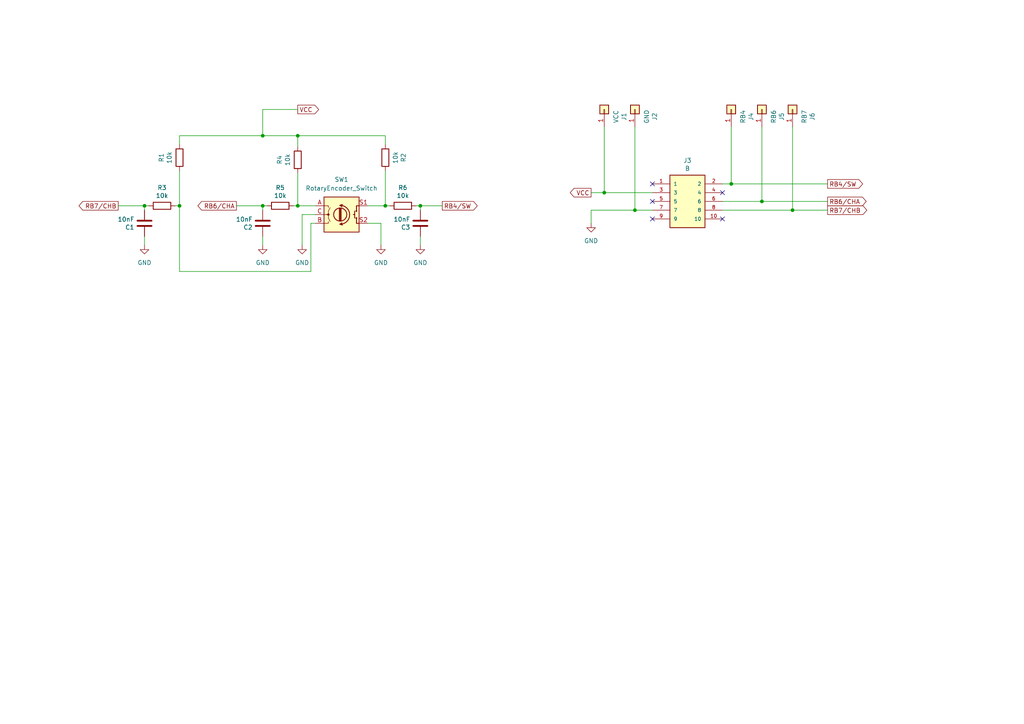
<source format=kicad_sch>
(kicad_sch (version 20211123) (generator eeschema)
  (paper "A4")
  (title_block (title "Rotary encoder for Input Sel V2b") (date "2022-08-01") (rev "V3"))
  (lib_symbols
    (symbol "Connector_Generic:Conn_01x01" (pin_names (offset 1.016) hide)
      (property "Reference" "J" (at 0 2.54 0))
      (property "Value" "Conn_01x01" (at 0 -2.54 0))
      (symbol "Conn_01x01_1_1"
        (rectangle (start -1.27 0.127) (end 0 -0.127) (stroke (width 0.1524)))
        (rectangle (start -1.27 1.27) (end 1.27 -1.27) (stroke (width 0.254)) (fill (type background)))
        (pin passive line (at -5.08 0 0) (length 3.81) (name "Pin_1") (number "1"))
      )
    )
    (symbol "Device:C" (pin_numbers hide) (pin_names (offset 0.254))
      (property "Reference" "C" (at 0.635 2.54 0))
      (property "Value" "C" (at 0.635 -2.54 0))
      (symbol "C_0_1"
        (polyline (pts (xy -2.032 -0.762) (xy 2.032 -0.762)) (stroke (width 0.508)))
        (polyline (pts (xy -2.032 0.762) (xy 2.032 0.762)) (stroke (width 0.508)))
      )
      (symbol "C_1_1"
        (pin passive line (at 0 3.81 270) (length 2.794) (name "~") (number "1"))
        (pin passive line (at 0 -3.81 90) (length 2.794) (name "~") (number "2"))
      )
    )
    (symbol "Device:R" (pin_numbers hide) (pin_names (offset 0))
      (property "Reference" "R" (at 2.032 0 90))
      (property "Value" "R" (at 0 0 90))
      (symbol "R_0_1"
        (rectangle (start -1.016 -2.54) (end 1.016 2.54) (stroke (width 0.254)))
      )
      (symbol "R_1_1"
        (pin passive line (at 0 3.81 270) (length 1.27) (name "~") (number "1"))
        (pin passive line (at 0 -3.81 90) (length 1.27) (name "~") (number "2"))
      )
    )
    (symbol "Device:RotaryEncoder_Switch" (pin_names (offset 0.254) hide)
      (property "Reference" "SW" (at 0 6.604 0))
      (property "Value" "RotaryEncoder_Switch" (at 0 -6.604 0))
      (symbol "RotaryEncoder_Switch_0_1"
        (rectangle (start -5.08 5.08) (end 5.08 -5.08) (stroke (width 0.254)) (fill (type background)))
        (circle (center -3.81 0) (radius 0.254) (fill (type outline)))
        (arc (start -0.381 -2.794) (mid 2.3622 -0.0635) (end -0.381 2.667) (stroke (width 0.254)))
        (circle (center -0.381 0) (radius 1.905) (stroke (width 0.254)))
        (polyline (pts (xy -0.635 -1.778) (xy -0.635 1.778)) (stroke (width 0.254)))
        (polyline (pts (xy -0.381 -1.778) (xy -0.381 1.778)) (stroke (width 0.254)))
        (polyline (pts (xy -0.127 1.778) (xy -0.127 -1.778)) (stroke (width 0.254)))
        (polyline (pts (xy 3.81 0) (xy 3.429 0)) (stroke (width 0.254)))
        (polyline (pts (xy 3.81 1.016) (xy 3.81 -1.016)) (stroke (width 0.254)))
        (polyline (pts (xy -5.08 -2.54) (xy -3.81 -2.54) (xy -3.81 -2.032)))
        (polyline (pts (xy -5.08 2.54) (xy -3.81 2.54) (xy -3.81 2.032)))
        (polyline (pts (xy 0.254 -3.048) (xy -0.508 -2.794) (xy 0.127 -2.413)) (stroke (width 0.254)))
        (polyline (pts (xy 0.254 2.921) (xy -0.508 2.667) (xy 0.127 2.286)) (stroke (width 0.254)))
        (polyline (pts (xy 5.08 -2.54) (xy 4.318 -2.54) (xy 4.318 -1.016)) (stroke (width 0.254)))
        (polyline (pts (xy 5.08 2.54) (xy 4.318 2.54) (xy 4.318 1.016)) (stroke (width 0.254)))
        (polyline (pts (xy -5.08 0) (xy -3.81 0) (xy -3.81 -1.016) (xy -3.302 -2.032)))
        (polyline (pts (xy -4.318 0) (xy -3.81 0) (xy -3.81 1.016) (xy -3.302 2.032)))
        (circle (center 4.318 -1.016) (radius 0.127) (stroke (width 0.254)))
        (circle (center 4.318 1.016) (radius 0.127) (stroke (width 0.254)))
      )
      (symbol "RotaryEncoder_Switch_1_1"
        (pin passive line (at -7.62 2.54 0) (length 2.54) (name "A") (number "A"))
        (pin passive line (at -7.62 -2.54 0) (length 2.54) (name "B") (number "B"))
        (pin passive line (at -7.62 0 0) (length 2.54) (name "C") (number "C"))
        (pin passive line (at 7.62 2.54 180) (length 2.54) (name "S1") (number "S1"))
        (pin passive line (at 7.62 -2.54 180) (length 2.54) (name "S2") (number "S2"))
      )
    )
    (symbol "kicad-snk:TE_CONN_RCPT_10POS_0.1_TIN_PCB" (pin_names (offset 1.016))
      (property "Reference" "J" (at -5.08 8.255 0))
      (property "Value" "TE_CONN_RCPT_10POS_0.1_TIN_PCB" (at -5.08 -10.1854 0))
      (symbol "TE_CONN_RCPT_10POS_0.1_TIN_PCB_0_0"
        (rectangle (start -5.08 -7.62) (end 5.08 7.62) (stroke (width 0.254)) (fill (type background)))
        (pin passive line (at -10.16 5.08 0) (length 5.08) (name "1") (number "1"))
        (pin passive line (at 10.16 -5.08 180) (length 5.08) (name "10") (number "10"))
        (pin passive line (at 10.16 5.08 180) (length 5.08) (name "2") (number "2"))
        (pin passive line (at -10.16 2.54 0) (length 5.08) (name "3") (number "3"))
        (pin passive line (at 10.16 2.54 180) (length 5.08) (name "4") (number "4"))
        (pin passive line (at -10.16 0 0) (length 5.08) (name "5") (number "5"))
        (pin passive line (at 10.16 0 180) (length 5.08) (name "6") (number "6"))
        (pin passive line (at -10.16 -2.54 0) (length 5.08) (name "7") (number "7"))
        (pin passive line (at 10.16 -2.54 180) (length 5.08) (name "8") (number "8"))
        (pin passive line (at -10.16 -5.08 0) (length 5.08) (name "9") (number "9"))
      )
    )
    (symbol "power:GND" (power) (pin_names (offset 0))
      (property "Value" "GND" (at 0 -3.81 0))
      (symbol "GND_0_1"
        (polyline (pts (xy 0 0) (xy 0 -1.27) (xy 1.27 -1.27) (xy 0 -2.54) (xy -1.27 -1.27) (xy 0 -1.27)))
      )
      (symbol "GND_1_1"
        (pin power_in line (at 0 0 270) (length 0) hide (name "GND") (number "1"))
      )
    )
  )
  (junction (at 76.2 39.37))
  (junction (at 220.98 58.42))
  (junction (at 76.2 59.69))
  (junction (at 111.76 59.69))
  (junction (at 52.07 59.69))
  (junction (at 86.36 59.69))
  (junction (at 121.92 59.69))
  (junction (at 175.26 55.88))
  (junction (at 184.15 60.96))
  (junction (at 212.09 53.34))
  (junction (at 229.87 60.96))
  (junction (at 86.36 39.37))
  (junction (at 41.91 59.69))
  (no_connect (at 209.55 55.88))
  (no_connect (at 209.55 63.5))
  (no_connect (at 189.23 63.5))
  (no_connect (at 189.23 58.42))
  (no_connect (at 189.23 53.34))
  (wire (pts (xy 68.58 59.69) (xy 76.2 59.69)))
  (wire (pts (xy 76.2 39.37) (xy 86.36 39.37)))
  (wire (pts (xy 86.36 50.165) (xy 86.36 59.69)))
  (wire (pts (xy 76.2 59.69) (xy 76.2 60.96)))
  (wire (pts (xy 91.44 62.23) (xy 87.63 62.23)))
  (wire (pts (xy 43.18 59.69) (xy 41.91 59.69)))
  (wire (pts (xy 76.2 68.58) (xy 76.2 71.12)))
  (wire (pts (xy 229.87 36.83) (xy 229.87 60.96)))
  (wire (pts (xy 220.98 36.83) (xy 220.98 58.42)))
  (wire (pts (xy 76.2 31.75) (xy 76.2 39.37)))
  (wire (pts (xy 184.15 60.96) (xy 189.23 60.96)))
  (wire (pts (xy 86.36 59.69) (xy 91.44 59.69)))
  (wire (pts (xy 175.26 36.83) (xy 175.26 55.88)))
  (wire (pts (xy 121.92 59.69) (xy 128.27 59.69)))
  (wire (pts (xy 171.45 55.88) (xy 175.26 55.88)))
  (wire (pts (xy 110.49 64.77) (xy 110.49 71.12)))
  (wire (pts (xy 52.07 41.91) (xy 52.07 39.37)))
  (wire (pts (xy 212.09 53.34) (xy 240.03 53.34)))
  (wire (pts (xy 52.07 49.53) (xy 52.07 59.69)))
  (wire (pts (xy 212.09 36.83) (xy 212.09 53.34)))
  (wire (pts (xy 171.45 60.96) (xy 171.45 64.77)))
  (wire (pts (xy 86.36 39.37) (xy 111.76 39.37)))
  (wire (pts (xy 229.87 60.96) (xy 240.03 60.96)))
  (wire (pts (xy 111.76 59.69) (xy 111.76 49.53)))
  (wire (pts (xy 85.09 59.69) (xy 86.36 59.69)))
  (wire (pts (xy 50.8 59.69) (xy 52.07 59.69)))
  (wire (pts (xy 121.92 68.58) (xy 121.92 71.12)))
  (wire (pts (xy 52.07 59.69) (xy 52.07 78.74)))
  (wire (pts (xy 90.17 64.77) (xy 91.44 64.77)))
  (wire (pts (xy 220.98 58.42) (xy 240.03 58.42)))
  (wire (pts (xy 87.63 62.23) (xy 87.63 71.12)))
  (wire (pts (xy 209.55 58.42) (xy 220.98 58.42)))
  (wire (pts (xy 52.07 78.74) (xy 90.17 78.74)))
  (wire (pts (xy 41.91 68.58) (xy 41.91 71.12)))
  (wire (pts (xy 209.55 60.96) (xy 229.87 60.96)))
  (wire (pts (xy 120.65 59.69) (xy 121.92 59.69)))
  (wire (pts (xy 111.76 59.69) (xy 113.03 59.69)))
  (wire (pts (xy 34.29 59.69) (xy 41.91 59.69)))
  (wire (pts (xy 106.68 59.69) (xy 111.76 59.69)))
  (wire (pts (xy 77.47 59.69) (xy 76.2 59.69)))
  (wire (pts (xy 111.76 41.91) (xy 111.76 39.37)))
  (wire (pts (xy 86.36 39.37) (xy 86.36 42.545)))
  (wire (pts (xy 86.36 31.75) (xy 76.2 31.75)))
  (wire (pts (xy 175.26 55.88) (xy 189.23 55.88)))
  (wire (pts (xy 41.91 59.69) (xy 41.91 60.96)))
  (wire (pts (xy 171.45 60.96) (xy 184.15 60.96)))
  (wire (pts (xy 209.55 53.34) (xy 212.09 53.34)))
  (wire (pts (xy 90.17 78.74) (xy 90.17 64.77)))
  (wire (pts (xy 184.15 36.83) (xy 184.15 60.96)))
  (wire (pts (xy 110.49 64.77) (xy 106.68 64.77)))
  (wire (pts (xy 121.92 59.69) (xy 121.92 60.96)))
  (wire (pts (xy 52.07 39.37) (xy 76.2 39.37)))
  (global_label "RB4{slash}SW" (shape output) (at 128.27 59.69 0) (property "Intersheet References" "${INTERSHEET_REFS}" (effects hide)))
  (global_label "RB7{slash}CHB" (shape output) (at 240.03 60.96 0) (property "Intersheet References" "${INTERSHEET_REFS}" (effects hide)))
  (global_label "RB7{slash}CHB" (shape output) (at 34.29 59.69 180) (property "Intersheet References" "${INTERSHEET_REFS}" (effects hide)))
  (global_label "RB6{slash}CHA" (shape output) (at 68.58 59.69 180) (property "Intersheet References" "${INTERSHEET_REFS}" (effects hide)))
  (global_label "RB4{slash}SW" (shape output) (at 240.03 53.34 0) (property "Intersheet References" "${INTERSHEET_REFS}" (effects hide)))
  (global_label "VCC" (shape output) (at 171.45 55.88 180) (property "Intersheet References" "${INTERSHEET_REFS}" (effects hide)))
  (global_label "VCC" (shape output) (at 86.36 31.75 0) (property "Intersheet References" "${INTERSHEET_REFS}" (effects hide)))
  (global_label "RB6{slash}CHA" (shape output) (at 240.03 58.42 0) (property "Intersheet References" "${INTERSHEET_REFS}" (effects hide)))
  (symbol (lib_id "Device:C") (at 41.91 64.77 180) (unit 1)
    (property "Reference" "C1" (at 38.989 65.9384 0) (effects (justify left)))
    (property "Value" "10nF" (at 38.989 63.627 0) (effects (justify left)))
    (property "Footprint" "Capacitor_SMD:C_0603_1608Metric_Pad1.08x0.95mm_HandSolder" (effects hide))
    (property "manf#" "CL10B103KB8NNNC" (effects hide))
  )
  (symbol (lib_id "Device:R") (at 116.84 59.69 270) (unit 1)
    (property "Reference" "R6" (at 116.84 54.4322 90))
    (property "Value" "10k" (at 116.84 56.7436 90))
    (property "Footprint" "Resistor_SMD:R_0603_1608Metric_Pad0.98x0.95mm_HandSolder" (effects hide))
    (property "manf#" "RT0603FRE074K99L" (effects hide))
  )
  (symbol (lib_id "Connector_Generic:Conn_01x01") (at 175.26 31.75 90) (unit 1)
    (property "Reference" "J1" (at 180.975 33.8328 0))
    (property "Value" "VCC" (at 178.6636 33.8328 0))
    (property "Footprint" "Connector_Pin:Pin_D1.0mm_L10.0mm" (effects hide))
  )
  (symbol (lib_id "Device:R") (at 81.28 59.69 270) (unit 1)
    (property "Reference" "R5" (at 81.28 54.4322 90))
    (property "Value" "10k" (at 81.28 56.7436 90))
    (property "Footprint" "Resistor_SMD:R_0603_1608Metric_Pad0.98x0.95mm_HandSolder" (effects hide))
    (property "manf#" "RT0603FRE074K99L" (effects hide))
  )
  (symbol (lib_id "Device:C") (at 76.2 64.77 180) (unit 1)
    (property "Reference" "C2" (at 73.279 65.9384 0) (effects (justify left)))
    (property "Value" "10nF" (at 73.279 63.627 0) (effects (justify left)))
    (property "Footprint" "Capacitor_SMD:C_0603_1608Metric_Pad1.08x0.95mm_HandSolder" (effects hide))
    (property "manf#" "CL10B103KB8NNNC" (effects hide))
  )
  (symbol (lib_id "power:GND") (at 121.92 71.12 0) (unit 1)
    (property "Reference" "#PWR0106" (effects hide))
    (property "Value" "GND" (at 121.92 76.2 0))
  )
  (symbol (lib_id "Connector_Generic:Conn_01x01") (at 220.98 31.75 90) (unit 1)
    (property "Reference" "J5" (at 226.695 33.8328 0))
    (property "Value" "RB6" (at 224.3836 33.8328 0))
    (property "Footprint" "Connector_Pin:Pin_D1.0mm_L10.0mm" (effects hide))
  )
  (symbol (lib_id "power:GND") (at 87.63 71.12 0) (unit 1)
    (property "Reference" "#PWR0104" (effects hide))
    (property "Value" "GND" (at 87.63 76.2 0))
  )
  (symbol (lib_id "Device:C") (at 121.92 64.77 180) (unit 1)
    (property "Reference" "C3" (at 118.999 65.9384 0) (effects (justify left)))
    (property "Value" "10nF" (at 118.999 63.627 0) (effects (justify left)))
    (property "Footprint" "Capacitor_SMD:C_0603_1608Metric_Pad1.08x0.95mm_HandSolder" (effects hide))
    (property "manf#" "CL10B103KB8NNNC" (effects hide))
  )
  (symbol (lib_id "Connector_Generic:Conn_01x01") (at 229.87 31.75 90) (unit 1)
    (property "Reference" "J6" (at 235.585 33.8328 0))
    (property "Value" "RB7" (at 233.2736 33.8328 0))
    (property "Footprint" "Connector_Pin:Pin_D1.0mm_L10.0mm" (effects hide))
  )
  (symbol (lib_id "kicad-snk:TE_CONN_RCPT_10POS_0.1_TIN_PCB") (at 199.39 58.42 0) (unit 1)
    (property "Reference" "J3" (at 199.39 46.5582 0))
    (property "Value" "B" (at 199.39 48.8696 0))
    (property "Footprint" "kicad-snk:TE_CONN_RCPT_10POS_0.1_TIN_PCB" (effects hide))
    (property "Comment" "1-338068-0" (effects hide))
    (property "EU_RoHS_Compliance" "Compliant" (effects hide))
    (property "manf#" "1-215079-0" (effects hide))
  )
  (symbol (lib_id "Device:R") (at 86.36 46.355 0) (unit 1)
    (property "Reference" "R4" (at 81.1022 46.355 90))
    (property "Value" "10k" (at 83.4136 46.355 90))
    (property "Footprint" "Resistor_SMD:R_0603_1608Metric_Pad0.98x0.95mm_HandSolder" (effects hide))
    (property "manf#" "RT0603FRE074K99L" (effects hide))
  )
  (symbol (lib_id "Connector_Generic:Conn_01x01") (at 212.09 31.75 90) (unit 1)
    (property "Reference" "J4" (at 217.805 33.8328 0))
    (property "Value" "RB4" (at 215.4936 33.8328 0))
    (property "Footprint" "Connector_Pin:Pin_D1.0mm_L10.0mm" (effects hide))
  )
  (symbol (lib_id "Device:R") (at 46.99 59.69 270) (unit 1)
    (property "Reference" "R3" (at 46.99 54.4322 90))
    (property "Value" "10k" (at 46.99 56.7436 90))
    (property "Footprint" "Resistor_SMD:R_0603_1608Metric_Pad0.98x0.95mm_HandSolder" (effects hide))
    (property "manf#" "RT0603FRE074K99L" (effects hide))
  )
  (symbol (lib_id "Device:RotaryEncoder_Switch") (at 99.06 62.23 0) (unit 1)
    (property "Reference" "SW1" (at 99.06 52.07 0))
    (property "Value" "RotaryEncoder_Switch" (at 99.06 54.61 0))
    (property "Footprint" "Rotary_Encoder:RotaryEncoder_Alps_EC11E-Switch_Vertical_H20mm" (effects hide))
  )
  (symbol (lib_id "power:GND") (at 171.45 64.77 0) (unit 1)
    (property "Reference" "#PWR0102" (effects hide))
    (property "Value" "GND" (at 171.45 69.85 0))
  )
  (symbol (lib_id "power:GND") (at 110.49 71.12 0) (unit 1)
    (property "Reference" "#PWR0105" (effects hide))
    (property "Value" "GND" (at 110.49 76.2 0))
  )
  (symbol (lib_id "power:GND") (at 41.91 71.12 0) (unit 1)
    (property "Reference" "#PWR0101" (effects hide))
    (property "Value" "GND" (at 41.91 76.2 0))
  )
  (symbol (lib_id "Connector_Generic:Conn_01x01") (at 184.15 31.75 90) (unit 1)
    (property "Reference" "J2" (at 189.865 33.8328 0))
    (property "Value" "GND" (at 187.5536 33.8328 0))
    (property "Footprint" "Connector_Pin:Pin_D1.0mm_L10.0mm" (effects hide))
  )
  (symbol (lib_id "Device:R") (at 52.07 45.72 0) (unit 1)
    (property "Reference" "R1" (at 46.8122 45.72 90))
    (property "Value" "10k" (at 49.1236 45.72 90))
    (property "Footprint" "Resistor_SMD:R_0603_1608Metric_Pad0.98x0.95mm_HandSolder" (effects hide))
    (property "manf#" "RT0603FRE074K99L" (effects hide))
  )
  (symbol (lib_id "Device:R") (at 111.76 45.72 180) (unit 1)
    (property "Reference" "R2" (at 117.0178 45.72 90))
    (property "Value" "10k" (at 114.7064 45.72 90))
    (property "Footprint" "Resistor_SMD:R_0603_1608Metric_Pad0.98x0.95mm_HandSolder" (effects hide))
    (property "manf#" "RT0603FRE074K99L" (effects hide))
  )
  (symbol (lib_id "power:GND") (at 76.2 71.12 0) (unit 1)
    (property "Reference" "#PWR0103" (effects hide))
    (property "Value" "GND" (at 76.2 76.2 0))
  )
)
</source>
